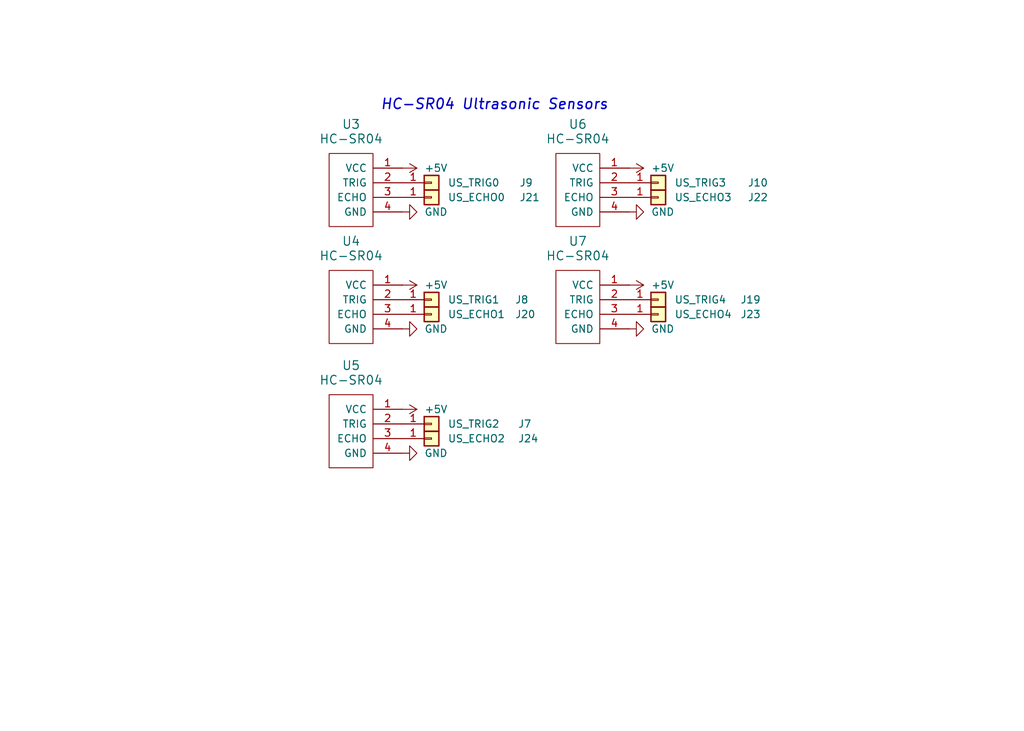
<source format=kicad_sch>
(kicad_sch (version 20231120) (generator "eeschema") (generator_version "8.0")
  (paper "User" 177.8 127)
  (title_block (title "Offboard 8-Ohm Speaker") (company "ECE 47700 Team 01"))
  (lib_symbols
    (symbol "Connector_Generic:Conn_01x01" (pin_names (offset 1.016) hide)
      (property "Reference" "J" (at 0 2.54 0))
      (property "Value" "Conn_01x01" (at 0 -2.54 0))
      (symbol "Conn_01x01_1_1"
        (rectangle (start -1.27 0.127) (end 0 -0.127) (stroke (width 0.1524)))
        (rectangle (start -1.27 1.27) (end 1.27 -1.27) (stroke (width 0.254)) (fill (type background)))
        (pin passive line (at -5.08 0 0) (length 3.81) (name "Pin_1") (number "1"))
      )
    )
    (symbol "hc-sr04:HC-SR04" (pin_names (offset 1.016))
      (property "Reference" "U" (at -6.35 -7.62 0))
      (property "Value" "HC-SR04" (at -2.54 7.62 0))
      (symbol "HC-SR04_0_1"
        (rectangle (start 0 6.35) (end -7.62 -6.35))
      )
      (symbol "HC-SR04_1_1"
        (pin input line (at 5.08 3.81 180) (length 5.08) (name "VCC") (number "1"))
        (pin input line (at 5.08 1.27 180) (length 5.08) (name "TRIG") (number "2"))
        (pin input line (at 5.08 -1.27 180) (length 5.08) (name "ECHO") (number "3"))
        (pin input line (at 5.08 -3.81 180) (length 5.08) (name "GND") (number "4"))
      )
    )
    (symbol "power:+5V" (power) (pin_numbers hide) (pin_names (offset 0) hide)
      (property "Value" "+5V" (at 0 3.556 0))
      (symbol "+5V_0_1"
        (polyline (pts (xy -0.762 1.27) (xy 0 2.54)))
        (polyline (pts (xy 0 0) (xy 0 2.54)))
        (polyline (pts (xy 0 2.54) (xy 0.762 1.27)))
      )
      (symbol "+5V_1_1"
        (pin power_in line (at 0 0 90) (length 0) (name "~") (number "1"))
      )
    )
    (symbol "power:GND" (power) (pin_numbers hide) (pin_names (offset 0) hide)
      (property "Value" "GND" (at 0 -3.81 0))
      (symbol "GND_0_1"
        (polyline (pts (xy 0 0) (xy 0 -1.27) (xy 1.27 -1.27) (xy 0 -2.54) (xy -1.27 -1.27) (xy 0 -1.27)))
      )
      (symbol "GND_1_1"
        (pin power_in line (at 0 0 270) (length 0) (name "~") (number "1"))
      )
    )
  )
  (text "HC-SR04 Ultrasonic Sensors" (at 85.852 18.288 0) (effects (font (size 1.778 1.778) (thickness 0.254) (bold yes) (italic yes))))
  (symbol (lib_id "power:GND") (at 109.22 36.83 90) (unit 1)
    (property "Reference" "#PWR016" (effects (hide yes)))
    (property "Value" "GND" (at 113.03 36.8299 90) (effects (justify right)))
    (property "Description" "Power symbol creates a global label with name \"GND\" , ground" (effects (hide yes)))
  )
  (symbol (lib_id "Connector_Generic:Conn_01x01") (at 74.93 76.2 0) (unit 1)
    (property "Reference" "J24" (at 89.916 76.2 0) (effects (justify left)))
    (property "Value" "US_ECHO2" (at 77.724 76.2 0) (effects (justify left)))
    (property "Description" "Generic connector, single row, 01x01, script generated (kicad-library-utils/schlib/autogen/connector/)" (effects (hide yes)))
  )
  (symbol (lib_id "Connector_Generic:Conn_01x01") (at 114.3 52.07 0) (unit 1)
    (property "Reference" "J19" (at 128.524 52.07 0) (effects (justify left)))
    (property "Value" "US_TRIG4" (at 117.094 52.07 0) (effects (justify left)))
    (property "Description" "Generic connector, single row, 01x01, script generated (kicad-library-utils/schlib/autogen/connector/)" (effects (hide yes)))
  )
  (symbol (lib_id "Connector_Generic:Conn_01x01") (at 74.93 54.61 0) (unit 1)
    (property "Reference" "J20" (at 89.408 54.61 0) (effects (justify left)))
    (property "Value" "US_ECHO1" (at 77.724 54.61 0) (effects (justify left)))
    (property "Description" "Generic connector, single row, 01x01, script generated (kicad-library-utils/schlib/autogen/connector/)" (effects (hide yes)))
  )
  (symbol (lib_id "hc-sr04:HC-SR04") (at 104.14 33.02 0) (unit 1)
    (property "Reference" "U6" (at 100.33 21.59 0) (effects (font (size 1.524 1.524))))
    (property "Value" "HC-SR04" (at 100.33 24.13 0) (effects (font (size 1.524 1.524))))
  )
  (symbol (lib_id "power:+5V") (at 69.85 71.12 270) (unit 1)
    (property "Reference" "#PWR011" (effects (hide yes)))
    (property "Value" "+5V" (at 73.66 71.1199 90) (effects (justify left)))
    (property "Description" "Power symbol creates a global label with name \"+5V\"" (effects (hide yes)))
  )
  (symbol (lib_id "power:+5V") (at 109.22 49.53 270) (unit 1)
    (property "Reference" "#PWR012" (effects (hide yes)))
    (property "Value" "+5V" (at 113.03 49.5299 90) (effects (justify left)))
    (property "Description" "Power symbol creates a global label with name \"+5V\"" (effects (hide yes)))
  )
  (symbol (lib_id "Connector_Generic:Conn_01x01") (at 74.93 73.66 0) (unit 1)
    (property "Reference" "J7" (at 89.916 73.66 0) (effects (justify left)))
    (property "Value" "US_TRIG2" (at 77.724 73.66 0) (effects (justify left)))
    (property "Description" "Generic connector, single row, 01x01, script generated (kicad-library-utils/schlib/autogen/connector/)" (effects (hide yes)))
  )
  (symbol (lib_id "Connector_Generic:Conn_01x01") (at 74.93 52.07 0) (unit 1)
    (property "Reference" "J8" (at 89.408 52.07 0) (effects (justify left)))
    (property "Value" "US_TRIG1" (at 77.724 52.07 0) (effects (justify left)))
    (property "Description" "Generic connector, single row, 01x01, script generated (kicad-library-utils/schlib/autogen/connector/)" (effects (hide yes)))
  )
  (symbol (lib_id "hc-sr04:HC-SR04") (at 104.14 53.34 0) (unit 1)
    (property "Reference" "U7" (at 100.33 41.91 0) (effects (font (size 1.524 1.524))))
    (property "Value" "HC-SR04" (at 100.33 44.45 0) (effects (font (size 1.524 1.524))))
  )
  (symbol (lib_id "Connector_Generic:Conn_01x01") (at 74.93 31.75 0) (unit 1)
    (property "Reference" "J9" (at 90.17 31.75 0) (effects (justify left)))
    (property "Value" "US_TRIG0" (at 77.724 31.75 0) (effects (justify left)))
    (property "Description" "Generic connector, single row, 01x01, script generated (kicad-library-utils/schlib/autogen/connector/)" (effects (hide yes)))
  )
  (symbol (lib_id "hc-sr04:HC-SR04") (at 64.77 53.34 0) (unit 1)
    (property "Reference" "U4" (at 60.96 41.91 0) (effects (font (size 1.524 1.524))))
    (property "Value" "HC-SR04" (at 60.96 44.45 0) (effects (font (size 1.524 1.524))))
  )
  (symbol (lib_id "hc-sr04:HC-SR04") (at 64.77 33.02 0) (unit 1)
    (property "Reference" "U3" (at 60.96 21.59 0) (effects (font (size 1.524 1.524))))
    (property "Value" "HC-SR04" (at 60.96 24.13 0) (effects (font (size 1.524 1.524))))
  )
  (symbol (lib_id "Connector_Generic:Conn_01x01") (at 114.3 54.61 0) (unit 1)
    (property "Reference" "J23" (at 128.524 54.61 0) (effects (justify left)))
    (property "Value" "US_ECHO4" (at 117.094 54.61 0) (effects (justify left)))
    (property "Description" "Generic connector, single row, 01x01, script generated (kicad-library-utils/schlib/autogen/connector/)" (effects (hide yes)))
  )
  (symbol (lib_id "power:GND") (at 69.85 57.15 90) (unit 1)
    (property "Reference" "#PWR014" (effects (hide yes)))
    (property "Value" "GND" (at 73.66 57.1499 90) (effects (justify right)))
    (property "Description" "Power symbol creates a global label with name \"GND\" , ground" (effects (hide yes)))
  )
  (symbol (lib_id "hc-sr04:HC-SR04") (at 64.77 74.93 0) (unit 1)
    (property "Reference" "U5" (at 60.96 63.5 0) (effects (font (size 1.524 1.524))))
    (property "Value" "HC-SR04" (at 60.96 66.04 0) (effects (font (size 1.524 1.524))))
  )
  (symbol (lib_id "power:GND") (at 69.85 78.74 90) (unit 1)
    (property "Reference" "#PWR018" (effects (hide yes)))
    (property "Value" "GND" (at 73.66 78.7399 90) (effects (justify right)))
    (property "Description" "Power symbol creates a global label with name \"GND\" , ground" (effects (hide yes)))
  )
  (symbol (lib_id "Connector_Generic:Conn_01x01") (at 114.3 34.29 0) (unit 1)
    (property "Reference" "J22" (at 129.794 34.29 0) (effects (justify left)))
    (property "Value" "US_ECHO3" (at 117.094 34.29 0) (effects (justify left)))
    (property "Description" "Generic connector, single row, 01x01, script generated (kicad-library-utils/schlib/autogen/connector/)" (effects (hide yes)))
  )
  (symbol (lib_id "power:+5V") (at 69.85 29.21 270) (unit 1)
    (property "Reference" "#PWR09" (effects (hide yes)))
    (property "Value" "+5V" (at 73.66 29.2099 90) (effects (justify left)))
    (property "Description" "Power symbol creates a global label with name \"+5V\"" (effects (hide yes)))
  )
  (symbol (lib_id "power:GND") (at 109.22 57.15 90) (unit 1)
    (property "Reference" "#PWR017" (effects (hide yes)))
    (property "Value" "GND" (at 113.03 57.1499 90) (effects (justify right)))
    (property "Description" "Power symbol creates a global label with name \"GND\" , ground" (effects (hide yes)))
  )
  (symbol (lib_id "Connector_Generic:Conn_01x01") (at 114.3 31.75 0) (unit 1)
    (property "Reference" "J10" (at 129.794 31.75 0) (effects (justify left)))
    (property "Value" "US_TRIG3" (at 117.094 31.75 0) (effects (justify left)))
    (property "Description" "Generic connector, single row, 01x01, script generated (kicad-library-utils/schlib/autogen/connector/)" (effects (hide yes)))
  )
  (symbol (lib_id "power:GND") (at 69.85 36.83 90) (unit 1)
    (property "Reference" "#PWR015" (effects (hide yes)))
    (property "Value" "GND" (at 73.66 36.8299 90) (effects (justify right)))
    (property "Description" "Power symbol creates a global label with name \"GND\" , ground" (effects (hide yes)))
  )
  (symbol (lib_id "power:+5V") (at 69.85 49.53 270) (unit 1)
    (property "Reference" "#PWR010" (effects (hide yes)))
    (property "Value" "+5V" (at 73.66 49.5299 90) (effects (justify left)))
    (property "Description" "Power symbol creates a global label with name \"+5V\"" (effects (hide yes)))
  )
  (symbol (lib_id "power:+5V") (at 109.22 29.21 270) (unit 1)
    (property "Reference" "#PWR013" (effects (hide yes)))
    (property "Value" "+5V" (at 113.03 29.2099 90) (effects (justify left)))
    (property "Description" "Power symbol creates a global label with name \"+5V\"" (effects (hide yes)))
  )
  (symbol (lib_id "Connector_Generic:Conn_01x01") (at 74.93 34.29 0) (unit 1)
    (property "Reference" "J21" (at 90.17 34.29 0) (effects (justify left)))
    (property "Value" "US_ECHO0" (at 77.724 34.29 0) (effects (justify left)))
    (property "Description" "Generic connector, single row, 01x01, script generated (kicad-library-utils/schlib/autogen/connector/)" (effects (hide yes)))
  )
)
</source>
